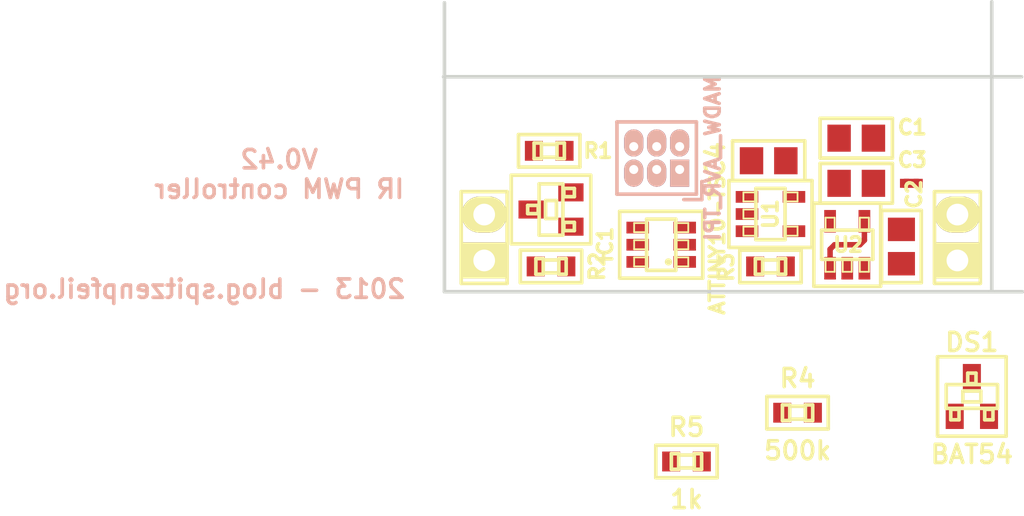
<source format=kicad_pcb>
(kicad_pcb (version 3) (host pcbnew "(2013-06-15 BZR 4214)-testing")

  (general
    (links 0)
    (no_connects 35)
    (area 75.849999 41.849999 108.100001 58.100001)
    (thickness 1.6002)
    (drawings 6)
    (tracks 8)
    (zones 0)
    (modules 18)
    (nets 15)
  )

  (page User 431.8 279.4)
  (title_block
    (title LED-strip_PWM)
    (date "24 May 2013")
    (rev 0.1)
    (company "2012 - blog.spitzenpfeil.org")
  )

  (layers
    (15 Front signal)
    (0 Back signal)
    (20 B.SilkS user)
    (21 F.SilkS user)
    (22 B.Mask user)
    (23 F.Mask user)
    (25 Cmts.User user)
    (28 Edge.Cuts user)
  )

  (setup
    (last_trace_width 0.2032)
    (user_trace_width 0.1524)
    (user_trace_width 1)
    (user_trace_width 1.5)
    (user_trace_width 2)
    (user_trace_width 2.5)
    (trace_clearance 0.2032)
    (zone_clearance 0.25)
    (zone_45_only yes)
    (trace_min 0.1524)
    (segment_width 0.2)
    (edge_width 0.2)
    (via_size 0.635)
    (via_drill 0.3302)
    (via_min_size 0.635)
    (via_min_drill 0.3302)
    (uvia_size 0.508)
    (uvia_drill 0.127)
    (uvias_allowed no)
    (uvia_min_size 0.508)
    (uvia_min_drill 0.127)
    (pcb_text_width 0.2)
    (pcb_text_size 1 1)
    (mod_edge_width 0.2)
    (mod_text_size 0.8 0.8)
    (mod_text_width 0.2)
    (pad_size 1 1)
    (pad_drill 0)
    (pad_to_mask_clearance 0)
    (aux_axis_origin 0 0)
    (visible_elements 7FFFF77F)
    (pcbplotparams
      (layerselection 317751297)
      (usegerberextensions true)
      (excludeedgelayer false)
      (linewidth 0.150000)
      (plotframeref false)
      (viasonmask false)
      (mode 1)
      (useauxorigin false)
      (hpglpennumber 1)
      (hpglpenspeed 20)
      (hpglpendiameter 15)
      (hpglpenoverlay 0)
      (psnegative false)
      (psa4output false)
      (plotreference true)
      (plotvalue true)
      (plotothertext true)
      (plotinvisibletext false)
      (padsonsilk false)
      (subtractmaskfromsilk true)
      (outputformat 1)
      (mirror false)
      (drillshape 0)
      (scaleselection 1)
      (outputdirectory gerber_files/))
  )

  (net 0 "")
  (net 1 /CHARGE)
  (net 2 /GATE)
  (net 3 /RESET)
  (net 4 /SENSE)
  (net 5 /Vin)
  (net 6 /drain)
  (net 7 GND)
  (net 8 GNDPWR)
  (net 9 N-000001)
  (net 10 N-0000010)
  (net 11 N-0000014)
  (net 12 N-000002)
  (net 13 N-000007)
  (net 14 VCC)

  (net_class Default "This is the default net class."
    (clearance 0.2032)
    (trace_width 0.2032)
    (via_dia 0.635)
    (via_drill 0.3302)
    (uvia_dia 0.508)
    (uvia_drill 0.127)
    (add_net "")
    (add_net /CHARGE)
    (add_net /GATE)
    (add_net /RESET)
    (add_net /SENSE)
    (add_net /drain)
    (add_net N-000001)
    (add_net N-0000010)
    (add_net N-0000014)
    (add_net N-000002)
    (add_net N-000007)
  )

  (net_class Power ""
    (clearance 0.2032)
    (trace_width 0.3048)
    (via_dia 0.635)
    (via_drill 0.3302)
    (uvia_dia 0.508)
    (uvia_drill 0.127)
    (add_net /Vin)
    (add_net GND)
    (add_net GNDPWR)
    (add_net VCC)
  )

  (module MADW__PIN_ARRAY_3x2_1.27mm (layer Back) (tedit 519A1729) (tstamp 519DAEDF)
    (at 87.75 50.6 180)
    (descr "Male 3x2 header with 2.0mm raster")
    (tags "CONN, header, male, 3x2, 2mm")
    (path /51BDCF41)
    (clearance 0.15)
    (fp_text reference JP1 (at 0 3.1 180) (layer B.SilkS) hide
      (effects (font (size 0.8 0.8) (thickness 0.2)) (justify mirror))
    )
    (fp_text value MADW__AVR_TPI (at -3.1 0 270) (layer B.SilkS)
      (effects (font (size 0.8 0.8) (thickness 0.2)) (justify mirror))
    )
    (fp_line (start -2.5 -2.3) (end -1.5 -2.3) (layer B.SilkS) (width 0.2))
    (fp_line (start -2.5 -2.3) (end -2.5 -1.3) (layer B.SilkS) (width 0.2))
    (fp_line (start 2.2 2) (end -2.2 2) (layer B.SilkS) (width 0.2))
    (fp_line (start -2.2 2) (end -2.2 -2) (layer B.SilkS) (width 0.2))
    (fp_line (start 2.2 2) (end 2.2 -2) (layer B.SilkS) (width 0.2))
    (fp_line (start 2.2 -2) (end -2.2 -2) (layer B.SilkS) (width 0.2))
    (pad 1 thru_hole rect (at -1.27 -0.635 180) (size 1.05 1.5) (drill 0.5 (offset 0 -0.2))
      (layers *.Cu *.Mask B.SilkS)
      (net 2 /GATE)
    )
    (pad 2 thru_hole oval (at -1.27 0.635 180) (size 1.05 1.5) (drill 0.5 (offset 0 0.2))
      (layers *.Cu *.Mask B.SilkS)
      (net 14 VCC)
    )
    (pad 3 thru_hole oval (at 0 -0.635 180) (size 1.05 1.5) (drill 0.5 (offset 0 -0.2))
      (layers *.Cu *.Mask B.SilkS)
      (net 4 /SENSE)
    )
    (pad 4 thru_hole oval (at 0 0.635 180) (size 1.05 1.5) (drill 0.5 (offset 0 0.2))
      (layers *.Cu *.Mask B.SilkS)
      (net 13 N-000007)
    )
    (pad 5 thru_hole oval (at 1.27 -0.635 180) (size 1.05 1.5) (drill 0.5 (offset 0 -0.2))
      (layers *.Cu *.Mask B.SilkS)
      (net 3 /RESET)
    )
    (pad 6 thru_hole oval (at 1.27 0.635 180) (size 1.05 1.5) (drill 0.5 (offset 0 0.2))
      (layers *.Cu *.Mask B.SilkS)
      (net 7 GND)
    )
  )

  (module MADW__SMD-net-noin-0.5mm (layer Front) (tedit 511B72E3) (tstamp 51050176)
    (at 101.85 52)
    (path /50ED7F02)
    (fp_text reference NJ1 (at 0 -3.175) (layer F.SilkS) hide
      (effects (font (size 0.8 0.8) (thickness 0.2)))
    )
    (fp_text value NET-JOIN (at 1.524 2.794) (layer F.SilkS) hide
      (effects (font (size 0.8 0.8) (thickness 0.2)))
    )
    (fp_line (start -0.381 0.127) (end 0.381 0.127) (layer Front) (width 0.25))
    (fp_line (start -0.381 -0.127) (end 0.381 -0.127) (layer Front) (width 0.25))
    (fp_line (start -0.381 0) (end 0.381 0) (layer Front) (width 0.25))
    (pad 1 smd rect (at -0.381 0) (size 0.5 0.5)
      (layers Front)
      (net 7 GND)
    )
    (pad 2 smd rect (at 0.381 0) (size 0.5 0.5)
      (layers Front)
      (net 8 GNDPWR)
    )
  )

  (module MADW__SIL-2 (layer Front) (tedit 51992091) (tstamp 51991833)
    (at 104.4 55 90)
    (descr "Connecteurs 2 pins")
    (tags "CONN DEV")
    (path /50B20DF4)
    (fp_text reference P1 (at 0 -2.54 90) (layer F.SilkS) hide
      (effects (font (size 0.8 0.8) (thickness 0.2)))
    )
    (fp_text value CONN_2 (at 0 2.54 90) (layer F.SilkS) hide
      (effects (font (size 0.8 0.8) (thickness 0.2)))
    )
    (fp_line (start -2.54 1.27) (end -2.54 -1.27) (layer F.SilkS) (width 0.2))
    (fp_line (start -2.54 -1.27) (end 2.54 -1.27) (layer F.SilkS) (width 0.2))
    (fp_line (start 2.54 -1.27) (end 2.54 1.27) (layer F.SilkS) (width 0.2))
    (fp_line (start 2.54 1.27) (end -2.54 1.27) (layer F.SilkS) (width 0.2))
    (pad 1 thru_hole rect (at -1.27 0 90) (size 2 2.5) (drill 1.2)
      (layers *.Cu *.Mask F.SilkS)
      (net 5 /Vin)
    )
    (pad 2 thru_hole oval (at 1.27 0 90) (size 2 2.5) (drill 1.2)
      (layers *.Cu *.Mask F.SilkS)
      (net 8 GNDPWR)
    )
  )

  (module MADW__SIL-2 (layer Front) (tedit 5199209F) (tstamp 5199183C)
    (at 78.2 55 90)
    (descr "Connecteurs 2 pins")
    (tags "CONN DEV")
    (path /50B20CB2)
    (fp_text reference P2 (at 0 -2.54 90) (layer F.SilkS) hide
      (effects (font (size 0.8 0.8) (thickness 0.2)))
    )
    (fp_text value CONN_2 (at 0 2.54 90) (layer F.SilkS) hide
      (effects (font (size 0.8 0.8) (thickness 0.2)))
    )
    (fp_line (start -2.54 1.27) (end -2.54 -1.27) (layer F.SilkS) (width 0.2))
    (fp_line (start -2.54 -1.27) (end 2.54 -1.27) (layer F.SilkS) (width 0.2))
    (fp_line (start 2.54 -1.27) (end 2.54 1.27) (layer F.SilkS) (width 0.2))
    (fp_line (start 2.54 1.27) (end -2.54 1.27) (layer F.SilkS) (width 0.2))
    (pad 1 thru_hole rect (at -1.27 0 90) (size 2 2.5) (drill 1.2)
      (layers *.Cu *.Mask F.SilkS)
      (net 5 /Vin)
    )
    (pad 2 thru_hole oval (at 1.27 0 90) (size 2 2.5) (drill 1.2)
      (layers *.Cu *.Mask F.SilkS)
      (net 6 /drain)
    )
  )

  (module MADW__C0805 (layer Front) (tedit 51991D5C) (tstamp 51991A91)
    (at 98.8 49.5)
    (descr CAPACITOR)
    (tags CAPACITOR)
    (path /4F76EBA8)
    (attr smd)
    (fp_text reference C1 (at 3.1 -0.6 180) (layer F.SilkS)
      (effects (font (size 0.8 0.8) (thickness 0.2)))
    )
    (fp_text value 100nF (at 0 2.2) (layer F.SilkS) hide
      (effects (font (size 0.8 0.8) (thickness 0.2)))
    )
    (fp_line (start 2 -1.1) (end -2 -1.1) (layer F.SilkS) (width 0.2))
    (fp_line (start 2 -1.1) (end 2 1.1) (layer F.SilkS) (width 0.2))
    (fp_line (start 2 1.1) (end -2 1.1) (layer F.SilkS) (width 0.2))
    (fp_line (start -2 1.1) (end -2 -1.1) (layer F.SilkS) (width 0.2))
    (fp_line (start 0.2 -0.4) (end 0.2 0.4) (layer Dwgs.User) (width 0.1))
    (fp_line (start -0.2 -0.4) (end -0.2 0.4) (layer Dwgs.User) (width 0.1))
    (fp_line (start -0.2 0) (end -0.6 0) (layer Dwgs.User) (width 0.1))
    (fp_line (start 0.2 0) (end 0.6 0) (layer Dwgs.User) (width 0.1))
    (fp_line (start -1 -0.63) (end 1 -0.63) (layer Dwgs.User) (width 0.2))
    (fp_line (start 1 -0.63) (end 1 0.63) (layer Dwgs.User) (width 0.2))
    (fp_line (start 1 0.63) (end -1 0.63) (layer Dwgs.User) (width 0.2))
    (fp_line (start -1 0.63) (end -1 -0.63) (layer Dwgs.User) (width 0.2))
    (pad 1 smd rect (at -0.94996 0) (size 1.29794 1.4986)
      (layers Front F.Mask)
      (net 14 VCC)
    )
    (pad 2 smd rect (at 0.94996 0) (size 1.29794 1.4986)
      (layers Front F.Mask)
      (net 7 GND)
    )
  )

  (module MADW__C0805 (layer Front) (tedit 51991D77) (tstamp 51991AA2)
    (at 101.3 55.5 270)
    (descr CAPACITOR)
    (tags CAPACITOR)
    (path /4F76EB9D)
    (attr smd)
    (fp_text reference C2 (at -2.9 -0.7 270) (layer F.SilkS)
      (effects (font (size 0.8 0.8) (thickness 0.2)))
    )
    (fp_text value 100nF (at 0 2.2 270) (layer F.SilkS) hide
      (effects (font (size 0.8 0.8) (thickness 0.2)))
    )
    (fp_line (start 2 -1.1) (end -2 -1.1) (layer F.SilkS) (width 0.2))
    (fp_line (start 2 -1.1) (end 2 1.1) (layer F.SilkS) (width 0.2))
    (fp_line (start 2 1.1) (end -2 1.1) (layer F.SilkS) (width 0.2))
    (fp_line (start -2 1.1) (end -2 -1.1) (layer F.SilkS) (width 0.2))
    (fp_line (start 0.2 -0.4) (end 0.2 0.4) (layer Dwgs.User) (width 0.1))
    (fp_line (start -0.2 -0.4) (end -0.2 0.4) (layer Dwgs.User) (width 0.1))
    (fp_line (start -0.2 0) (end -0.6 0) (layer Dwgs.User) (width 0.1))
    (fp_line (start 0.2 0) (end 0.6 0) (layer Dwgs.User) (width 0.1))
    (fp_line (start -1 -0.63) (end 1 -0.63) (layer Dwgs.User) (width 0.2))
    (fp_line (start 1 -0.63) (end 1 0.63) (layer Dwgs.User) (width 0.2))
    (fp_line (start 1 0.63) (end -1 0.63) (layer Dwgs.User) (width 0.2))
    (fp_line (start -1 0.63) (end -1 -0.63) (layer Dwgs.User) (width 0.2))
    (pad 1 smd rect (at -0.94996 0 270) (size 1.29794 1.4986)
      (layers Front F.Mask)
      (net 5 /Vin)
    )
    (pad 2 smd rect (at 0.94996 0 270) (size 1.29794 1.4986)
      (layers Front F.Mask)
      (net 8 GNDPWR)
    )
  )

  (module MADW__C0805 (layer Front) (tedit 51991D6E) (tstamp 51991AB3)
    (at 98.8 52)
    (descr CAPACITOR)
    (tags CAPACITOR)
    (path /4F6EEE81)
    (attr smd)
    (fp_text reference C3 (at 3.1 -1.3) (layer F.SilkS)
      (effects (font (size 0.8 0.8) (thickness 0.2)))
    )
    (fp_text value 4.7µF (at 0 2.2) (layer F.SilkS) hide
      (effects (font (size 0.8 0.8) (thickness 0.2)))
    )
    (fp_line (start 2 -1.1) (end -2 -1.1) (layer F.SilkS) (width 0.2))
    (fp_line (start 2 -1.1) (end 2 1.1) (layer F.SilkS) (width 0.2))
    (fp_line (start 2 1.1) (end -2 1.1) (layer F.SilkS) (width 0.2))
    (fp_line (start -2 1.1) (end -2 -1.1) (layer F.SilkS) (width 0.2))
    (fp_line (start 0.2 -0.4) (end 0.2 0.4) (layer Dwgs.User) (width 0.1))
    (fp_line (start -0.2 -0.4) (end -0.2 0.4) (layer Dwgs.User) (width 0.1))
    (fp_line (start -0.2 0) (end -0.6 0) (layer Dwgs.User) (width 0.1))
    (fp_line (start 0.2 0) (end 0.6 0) (layer Dwgs.User) (width 0.1))
    (fp_line (start -1 -0.63) (end 1 -0.63) (layer Dwgs.User) (width 0.2))
    (fp_line (start 1 -0.63) (end 1 0.63) (layer Dwgs.User) (width 0.2))
    (fp_line (start 1 0.63) (end -1 0.63) (layer Dwgs.User) (width 0.2))
    (fp_line (start -1 0.63) (end -1 -0.63) (layer Dwgs.User) (width 0.2))
    (pad 1 smd rect (at -0.94996 0) (size 1.29794 1.4986)
      (layers Front F.Mask)
      (net 14 VCC)
    )
    (pad 2 smd rect (at 0.94996 0) (size 1.29794 1.4986)
      (layers Front F.Mask)
      (net 7 GND)
    )
  )

  (module MADW__R0603_2 (layer Front) (tedit 5199197B) (tstamp 51991873)
    (at 81.8 50.2 180)
    (descr RESISTOR)
    (tags RESISTOR)
    (path /50B51D62)
    (attr smd)
    (fp_text reference R1 (at -2.7 0 180) (layer F.SilkS)
      (effects (font (size 0.8 0.8) (thickness 0.2)))
    )
    (fp_text value 100k (at 0 2.1 180) (layer F.SilkS) hide
      (effects (font (size 0.8 0.8) (thickness 0.2)))
    )
    (fp_line (start -1.7 -0.9) (end 1.7 -0.9) (layer F.SilkS) (width 0.2))
    (fp_line (start 1.7 -0.9) (end 1.7 0.9) (layer F.SilkS) (width 0.2))
    (fp_line (start 1.7 0.9) (end -1.7 0.9) (layer F.SilkS) (width 0.2))
    (fp_line (start -1.7 0.9) (end -1.7 -0.9) (layer F.SilkS) (width 0.2))
    (fp_line (start 0.4318 0.4318) (end 0.8382 0.4318) (layer F.SilkS) (width 0.2))
    (fp_line (start 0.8382 0.4318) (end 0.8382 -0.4318) (layer F.SilkS) (width 0.2))
    (fp_line (start 0.4318 -0.4318) (end 0.8382 -0.4318) (layer F.SilkS) (width 0.2))
    (fp_line (start 0.4318 0.4318) (end 0.4318 -0.4318) (layer F.SilkS) (width 0.2))
    (fp_line (start -0.8382 0.4318) (end -0.4318 0.4318) (layer F.SilkS) (width 0.2))
    (fp_line (start -0.4318 0.4318) (end -0.4318 -0.4318) (layer F.SilkS) (width 0.2))
    (fp_line (start -0.8382 -0.4318) (end -0.4318 -0.4318) (layer F.SilkS) (width 0.2))
    (fp_line (start -0.8382 0.4318) (end -0.8382 -0.4318) (layer F.SilkS) (width 0.2))
    (fp_line (start -0.4318 0.3556) (end 0.4318 0.3556) (layer F.SilkS) (width 0.2))
    (fp_line (start 0.4318 -0.3556) (end -0.4318 -0.3556) (layer F.SilkS) (width 0.2))
    (pad 1 smd rect (at -0.84836 0 180) (size 0.99822 1.09982)
      (layers Front F.Mask)
      (net 8 GNDPWR)
    )
    (pad 2 smd rect (at 0.84836 0 180) (size 0.99822 1.09982)
      (layers Front F.Mask)
      (net 2 /GATE)
    )
  )

  (module MADW__R0603_2 (layer Front) (tedit 519FC617) (tstamp 519FCE3A)
    (at 81.9 56.6 180)
    (descr RESISTOR)
    (tags RESISTOR)
    (path /4F6EEBD3)
    (attr smd)
    (fp_text reference R2 (at -2.55 0 270) (layer F.SilkS)
      (effects (font (size 0.8 0.8) (thickness 0.2)))
    )
    (fp_text value 150R (at 0 2.1 180) (layer F.SilkS) hide
      (effects (font (size 0.8 0.8) (thickness 0.2)))
    )
    (fp_line (start -1.7 -0.9) (end 1.7 -0.9) (layer F.SilkS) (width 0.2))
    (fp_line (start 1.7 -0.9) (end 1.7 0.9) (layer F.SilkS) (width 0.2))
    (fp_line (start 1.7 0.9) (end -1.7 0.9) (layer F.SilkS) (width 0.2))
    (fp_line (start -1.7 0.9) (end -1.7 -0.9) (layer F.SilkS) (width 0.2))
    (fp_line (start 0.4318 0.4318) (end 0.8382 0.4318) (layer F.SilkS) (width 0.2))
    (fp_line (start 0.8382 0.4318) (end 0.8382 -0.4318) (layer F.SilkS) (width 0.2))
    (fp_line (start 0.4318 -0.4318) (end 0.8382 -0.4318) (layer F.SilkS) (width 0.2))
    (fp_line (start 0.4318 0.4318) (end 0.4318 -0.4318) (layer F.SilkS) (width 0.2))
    (fp_line (start -0.8382 0.4318) (end -0.4318 0.4318) (layer F.SilkS) (width 0.2))
    (fp_line (start -0.4318 0.4318) (end -0.4318 -0.4318) (layer F.SilkS) (width 0.2))
    (fp_line (start -0.8382 -0.4318) (end -0.4318 -0.4318) (layer F.SilkS) (width 0.2))
    (fp_line (start -0.8382 0.4318) (end -0.8382 -0.4318) (layer F.SilkS) (width 0.2))
    (fp_line (start -0.4318 0.3556) (end 0.4318 0.3556) (layer F.SilkS) (width 0.2))
    (fp_line (start 0.4318 -0.3556) (end -0.4318 -0.3556) (layer F.SilkS) (width 0.2))
    (pad 1 smd rect (at -0.84836 0 180) (size 0.99822 1.09982)
      (layers Front F.Mask)
      (net 2 /GATE)
    )
    (pad 2 smd rect (at 0.84836 0 180) (size 0.99822 1.09982)
      (layers Front F.Mask)
      (net 11 N-0000014)
    )
  )

  (module MADW__R0603_2 (layer Front) (tedit 519FC5BF) (tstamp 519FC2FB)
    (at 94.05 56.6 180)
    (descr RESISTOR)
    (tags RESISTOR)
    (path /519FC4A8)
    (attr smd)
    (fp_text reference R3 (at 2.45 -0.05 270) (layer F.SilkS)
      (effects (font (size 0.8 0.8) (thickness 0.2)))
    )
    (fp_text value 1k (at 0 2.1 180) (layer F.SilkS) hide
      (effects (font (size 0.8 0.8) (thickness 0.2)))
    )
    (fp_line (start -1.7 -0.9) (end 1.7 -0.9) (layer F.SilkS) (width 0.2))
    (fp_line (start 1.7 -0.9) (end 1.7 0.9) (layer F.SilkS) (width 0.2))
    (fp_line (start 1.7 0.9) (end -1.7 0.9) (layer F.SilkS) (width 0.2))
    (fp_line (start -1.7 0.9) (end -1.7 -0.9) (layer F.SilkS) (width 0.2))
    (fp_line (start 0.4318 0.4318) (end 0.8382 0.4318) (layer F.SilkS) (width 0.2))
    (fp_line (start 0.8382 0.4318) (end 0.8382 -0.4318) (layer F.SilkS) (width 0.2))
    (fp_line (start 0.4318 -0.4318) (end 0.8382 -0.4318) (layer F.SilkS) (width 0.2))
    (fp_line (start 0.4318 0.4318) (end 0.4318 -0.4318) (layer F.SilkS) (width 0.2))
    (fp_line (start -0.8382 0.4318) (end -0.4318 0.4318) (layer F.SilkS) (width 0.2))
    (fp_line (start -0.4318 0.4318) (end -0.4318 -0.4318) (layer F.SilkS) (width 0.2))
    (fp_line (start -0.8382 -0.4318) (end -0.4318 -0.4318) (layer F.SilkS) (width 0.2))
    (fp_line (start -0.8382 0.4318) (end -0.8382 -0.4318) (layer F.SilkS) (width 0.2))
    (fp_line (start -0.4318 0.3556) (end 0.4318 0.3556) (layer F.SilkS) (width 0.2))
    (fp_line (start 0.4318 -0.3556) (end -0.4318 -0.3556) (layer F.SilkS) (width 0.2))
    (pad 1 smd rect (at -0.84836 0 180) (size 0.99822 1.09982)
      (layers Front F.Mask)
      (net 9 N-000001)
    )
    (pad 2 smd rect (at 0.84836 0 180) (size 0.99822 1.09982)
      (layers Front F.Mask)
      (net 10 N-0000010)
    )
  )

  (module MADW__C0805 (layer Front) (tedit 519FC597) (tstamp 519FC736)
    (at 93.95 50.75 180)
    (descr CAPACITOR)
    (tags CAPACITOR)
    (path /519FC4E9)
    (attr smd)
    (fp_text reference C4 (at 2.95 0.05 270) (layer F.SilkS)
      (effects (font (size 1 1) (thickness 0.2)))
    )
    (fp_text value 4.7µF (at 0 2.2 180) (layer F.SilkS) hide
      (effects (font (size 1 1) (thickness 0.2)))
    )
    (fp_line (start 2 -1.1) (end -2 -1.1) (layer F.SilkS) (width 0.2))
    (fp_line (start 2 -1.1) (end 2 1.1) (layer F.SilkS) (width 0.2))
    (fp_line (start 2 1.1) (end -2 1.1) (layer F.SilkS) (width 0.2))
    (fp_line (start -2 1.1) (end -2 -1.1) (layer F.SilkS) (width 0.2))
    (fp_line (start 0.2 -0.4) (end 0.2 0.4) (layer Dwgs.User) (width 0.1))
    (fp_line (start -0.2 -0.4) (end -0.2 0.4) (layer Dwgs.User) (width 0.1))
    (fp_line (start -0.2 0) (end -0.6 0) (layer Dwgs.User) (width 0.1))
    (fp_line (start 0.2 0) (end 0.6 0) (layer Dwgs.User) (width 0.1))
    (fp_line (start -1 -0.63) (end 1 -0.63) (layer Dwgs.User) (width 0.2))
    (fp_line (start 1 -0.63) (end 1 0.63) (layer Dwgs.User) (width 0.2))
    (fp_line (start 1 0.63) (end -1 0.63) (layer Dwgs.User) (width 0.2))
    (fp_line (start -1 0.63) (end -1 -0.63) (layer Dwgs.User) (width 0.2))
    (pad 1 smd rect (at -0.94996 0 180) (size 1.29794 1.4986)
      (layers Front F.Mask)
      (net 10 N-0000010)
    )
    (pad 2 smd rect (at 0.94996 0 180) (size 1.29794 1.4986)
      (layers Front F.Mask)
      (net 7 GND)
    )
  )

  (module MADW__SOT23 (layer Front) (tedit 519FE77F) (tstamp 519FCE5A)
    (at 81.9 53.45 90)
    (descr "SMALL OUTLINE TRANSISTOR")
    (tags "SMALL OUTLINE TRANSISTOR")
    (path /519FBEE4)
    (attr smd)
    (fp_text reference T1 (at 0 -3 90) (layer F.SilkS) hide
      (effects (font (size 1 1) (thickness 0.2)))
    )
    (fp_text value AO3400 (at 0 3.2 90) (layer F.SilkS) hide
      (effects (font (size 1 1) (thickness 0.2)))
    )
    (fp_line (start 1.9 -2.2) (end 1.9 2.2) (layer F.SilkS) (width 0.2))
    (fp_line (start 1.9 2.2) (end -1.9 2.2) (layer F.SilkS) (width 0.2))
    (fp_line (start -1.9 2.2) (end -1.9 -2.2) (layer F.SilkS) (width 0.2))
    (fp_line (start -1.9 -2.2) (end 1.9 -2.2) (layer F.SilkS) (width 0.2))
    (fp_line (start -0.2286 -0.7112) (end 0.2286 -0.7112) (layer F.SilkS) (width 0.2))
    (fp_line (start 0.2286 -0.7112) (end 0.2286 -1.29286) (layer F.SilkS) (width 0.2))
    (fp_line (start -0.2286 -1.29286) (end 0.2286 -1.29286) (layer F.SilkS) (width 0.2))
    (fp_line (start -0.2286 -0.7112) (end -0.2286 -1.29286) (layer F.SilkS) (width 0.2))
    (fp_line (start 0.7112 1.29286) (end 1.1684 1.29286) (layer F.SilkS) (width 0.2))
    (fp_line (start 1.1684 1.29286) (end 1.1684 0.7112) (layer F.SilkS) (width 0.2))
    (fp_line (start 0.7112 0.7112) (end 1.1684 0.7112) (layer F.SilkS) (width 0.2))
    (fp_line (start 0.7112 1.29286) (end 0.7112 0.7112) (layer F.SilkS) (width 0.2))
    (fp_line (start -1.1684 1.29286) (end -0.7112 1.29286) (layer F.SilkS) (width 0.2))
    (fp_line (start -0.7112 1.29286) (end -0.7112 0.7112) (layer F.SilkS) (width 0.2))
    (fp_line (start -1.1684 0.7112) (end -0.7112 0.7112) (layer F.SilkS) (width 0.2))
    (fp_line (start -1.1684 1.29286) (end -1.1684 0.7112) (layer F.SilkS) (width 0.2))
    (fp_line (start -0.49784 0.29972) (end 0.49784 0.29972) (layer F.SilkS) (width 0.2))
    (fp_line (start 0.49784 0.29972) (end 0.49784 -0.29972) (layer F.SilkS) (width 0.2))
    (fp_line (start -0.49784 -0.29972) (end 0.49784 -0.29972) (layer F.SilkS) (width 0.2))
    (fp_line (start -0.49784 0.29972) (end -0.49784 -0.29972) (layer F.SilkS) (width 0.2))
    (fp_line (start 1.41986 -0.65786) (end 1.41986 0.65786) (layer F.SilkS) (width 0.2))
    (fp_line (start 1.41986 0.65786) (end -1.41986 0.65786) (layer F.SilkS) (width 0.2))
    (fp_line (start -1.41986 0.65786) (end -1.41986 -0.65786) (layer F.SilkS) (width 0.2))
    (fp_line (start -1.41986 -0.65786) (end 1.41986 -0.65786) (layer F.SilkS) (width 0.2))
    (pad 1 smd rect (at -0.95 1.1 90) (size 1 1.4)
      (layers Front F.Mask)
      (net 11 N-0000014)
    )
    (pad 2 smd rect (at 0.95 1.1 90) (size 1 1.4)
      (layers Front F.Mask)
      (net 8 GNDPWR)
    )
    (pad 3 smd rect (at 0 -1.1 90) (size 1 1.4)
      (layers Front F.Mask)
      (net 6 /drain)
    )
  )

  (module MADW__SOT23-5 (layer Front) (tedit 519FE7B8) (tstamp 519FC4C3)
    (at 98.3 55.4)
    (descr "SMALL OUTLINE TRANSISTOR")
    (tags "SMALL OUTLINE TRANSISTOR")
    (path /50ED7AA4)
    (attr smd)
    (fp_text reference U2 (at 0.05 0) (layer F.SilkS)
      (effects (font (size 0.8 0.8) (thickness 0.2)))
    )
    (fp_text value MCP1804-SOT23-5 (at 0 3.1) (layer F.SilkS) hide
      (effects (font (size 0.8 0.8) (thickness 0.2)))
    )
    (fp_line (start -1.85 -2.3) (end 1.85 -2.3) (layer F.SilkS) (width 0.2))
    (fp_line (start -1.85 -2.3) (end -1.85 2.3) (layer F.SilkS) (width 0.2))
    (fp_line (start -1.85 2.3) (end 1.85 2.3) (layer F.SilkS) (width 0.2))
    (fp_line (start 1.85 -2.3) (end 1.85 2.3) (layer F.SilkS) (width 0.2))
    (fp_line (start -1.41986 -0.80772) (end 1.41986 -0.80772) (layer F.SilkS) (width 0.2))
    (fp_line (start -1.41986 0.80772) (end 1.41986 0.80772) (layer F.SilkS) (width 0.2))
    (fp_line (start -1.19888 1.4986) (end -0.6985 1.4986) (layer F.SilkS) (width 0.1))
    (fp_line (start -0.6985 1.4986) (end -0.6985 0.84836) (layer F.SilkS) (width 0.1))
    (fp_line (start -1.19888 1.4986) (end -1.19888 0.84836) (layer F.SilkS) (width 0.1))
    (fp_line (start -0.24892 1.4986) (end 0.24892 1.4986) (layer F.SilkS) (width 0.1))
    (fp_line (start 0.24892 1.4986) (end 0.24892 0.84836) (layer F.SilkS) (width 0.1))
    (fp_line (start -0.24892 1.4986) (end -0.24892 0.84836) (layer F.SilkS) (width 0.1))
    (fp_line (start 0.6985 1.4986) (end 1.19888 1.4986) (layer F.SilkS) (width 0.1))
    (fp_line (start 1.19888 1.4986) (end 1.19888 0.84836) (layer F.SilkS) (width 0.1))
    (fp_line (start 0.6985 1.4986) (end 0.6985 0.84836) (layer F.SilkS) (width 0.1))
    (fp_line (start 1.19888 -0.84836) (end 1.19888 -1.4986) (layer F.SilkS) (width 0.1))
    (fp_line (start 0.6985 -1.4986) (end 1.19888 -1.4986) (layer F.SilkS) (width 0.1))
    (fp_line (start 0.6985 -0.84836) (end 0.6985 -1.4986) (layer F.SilkS) (width 0.1))
    (fp_line (start -0.6985 -0.84836) (end -0.6985 -1.4986) (layer F.SilkS) (width 0.1))
    (fp_line (start -1.19888 -1.4986) (end -0.6985 -1.4986) (layer F.SilkS) (width 0.1))
    (fp_line (start -1.19888 -0.84836) (end -1.19888 -1.4986) (layer F.SilkS) (width 0.1))
    (fp_line (start 1.41986 -0.80772) (end 1.41986 0.80772) (layer F.SilkS) (width 0.2))
    (fp_line (start -1.41986 0.80772) (end -1.41986 -0.80772) (layer F.SilkS) (width 0.2))
    (pad 1 smd rect (at -0.95 1.3) (size 0.65 1.25)
      (layers Front F.Mask)
      (net 5 /Vin)
    )
    (pad 2 smd rect (at 0 1.3) (size 0.65 1.25)
      (layers Front F.Mask)
      (net 8 GNDPWR)
    )
    (pad 3 smd rect (at 0.95 1.3) (size 0.65 1.25)
      (layers Front F.Mask)
    )
    (pad 4 smd rect (at 0.95 -1.3) (size 0.65 1.25)
      (layers Front F.Mask)
      (net 5 /Vin)
    )
    (pad 5 smd rect (at -0.95 -1.3) (size 0.65 1.25)
      (layers Front F.Mask)
      (net 14 VCC)
    )
  )

  (module MADW__SOT23-5 (layer Front) (tedit 519FE7B5) (tstamp 519FC342)
    (at 94.05 53.7 270)
    (descr "SMALL OUTLINE TRANSISTOR")
    (tags "SMALL OUTLINE TRANSISTOR")
    (path /519FBAE1)
    (attr smd)
    (fp_text reference U1 (at 0 0 270) (layer F.SilkS)
      (effects (font (size 0.8 0.8) (thickness 0.2)))
    )
    (fp_text value MCP6001 (at 0 3.1 270) (layer F.SilkS) hide
      (effects (font (size 0.8 0.8) (thickness 0.2)))
    )
    (fp_line (start -1.85 -2.3) (end 1.85 -2.3) (layer F.SilkS) (width 0.2))
    (fp_line (start -1.85 -2.3) (end -1.85 2.3) (layer F.SilkS) (width 0.2))
    (fp_line (start -1.85 2.3) (end 1.85 2.3) (layer F.SilkS) (width 0.2))
    (fp_line (start 1.85 -2.3) (end 1.85 2.3) (layer F.SilkS) (width 0.2))
    (fp_line (start -1.41986 -0.80772) (end 1.41986 -0.80772) (layer F.SilkS) (width 0.2))
    (fp_line (start -1.41986 0.80772) (end 1.41986 0.80772) (layer F.SilkS) (width 0.2))
    (fp_line (start -1.19888 1.4986) (end -0.6985 1.4986) (layer F.SilkS) (width 0.1))
    (fp_line (start -0.6985 1.4986) (end -0.6985 0.84836) (layer F.SilkS) (width 0.1))
    (fp_line (start -1.19888 1.4986) (end -1.19888 0.84836) (layer F.SilkS) (width 0.1))
    (fp_line (start -0.24892 1.4986) (end 0.24892 1.4986) (layer F.SilkS) (width 0.1))
    (fp_line (start 0.24892 1.4986) (end 0.24892 0.84836) (layer F.SilkS) (width 0.1))
    (fp_line (start -0.24892 1.4986) (end -0.24892 0.84836) (layer F.SilkS) (width 0.1))
    (fp_line (start 0.6985 1.4986) (end 1.19888 1.4986) (layer F.SilkS) (width 0.1))
    (fp_line (start 1.19888 1.4986) (end 1.19888 0.84836) (layer F.SilkS) (width 0.1))
    (fp_line (start 0.6985 1.4986) (end 0.6985 0.84836) (layer F.SilkS) (width 0.1))
    (fp_line (start 1.19888 -0.84836) (end 1.19888 -1.4986) (layer F.SilkS) (width 0.1))
    (fp_line (start 0.6985 -1.4986) (end 1.19888 -1.4986) (layer F.SilkS) (width 0.1))
    (fp_line (start 0.6985 -0.84836) (end 0.6985 -1.4986) (layer F.SilkS) (width 0.1))
    (fp_line (start -0.6985 -0.84836) (end -0.6985 -1.4986) (layer F.SilkS) (width 0.1))
    (fp_line (start -1.19888 -1.4986) (end -0.6985 -1.4986) (layer F.SilkS) (width 0.1))
    (fp_line (start -1.19888 -0.84836) (end -1.19888 -1.4986) (layer F.SilkS) (width 0.1))
    (fp_line (start 1.41986 -0.80772) (end 1.41986 0.80772) (layer F.SilkS) (width 0.2))
    (fp_line (start -1.41986 0.80772) (end -1.41986 -0.80772) (layer F.SilkS) (width 0.2))
    (pad 1 smd rect (at -0.95 1.3 270) (size 0.65 1.25)
      (layers Front F.Mask)
      (net 12 N-000002)
    )
    (pad 2 smd rect (at 0 1.3 270) (size 0.65 1.25)
      (layers Front F.Mask)
      (net 7 GND)
    )
    (pad 3 smd rect (at 0.95 1.3 270) (size 0.65 1.25)
      (layers Front F.Mask)
      (net 10 N-0000010)
    )
    (pad 4 smd rect (at 0.95 -1.3 270) (size 0.65 1.25)
      (layers Front F.Mask)
      (net 12 N-000002)
    )
    (pad 5 smd rect (at -0.95 -1.3 270) (size 0.65 1.25)
      (layers Front F.Mask)
      (net 14 VCC)
    )
  )

  (module MADW__SOT23 (layer Front) (tedit 519FE563) (tstamp 51B1F174)
    (at 105.2 63.8)
    (descr "SMALL OUTLINE TRANSISTOR")
    (tags "SMALL OUTLINE TRANSISTOR")
    (path /51A0D7F5)
    (attr smd)
    (fp_text reference DS1 (at 0 -3) (layer F.SilkS)
      (effects (font (size 1 1) (thickness 0.2)))
    )
    (fp_text value BAT54 (at 0 3.2) (layer F.SilkS)
      (effects (font (size 1 1) (thickness 0.2)))
    )
    (fp_line (start 1.9 -2.2) (end 1.9 2.2) (layer F.SilkS) (width 0.2))
    (fp_line (start 1.9 2.2) (end -1.9 2.2) (layer F.SilkS) (width 0.2))
    (fp_line (start -1.9 2.2) (end -1.9 -2.2) (layer F.SilkS) (width 0.2))
    (fp_line (start -1.9 -2.2) (end 1.9 -2.2) (layer F.SilkS) (width 0.2))
    (fp_line (start -0.2286 -0.7112) (end 0.2286 -0.7112) (layer F.SilkS) (width 0.2))
    (fp_line (start 0.2286 -0.7112) (end 0.2286 -1.29286) (layer F.SilkS) (width 0.2))
    (fp_line (start -0.2286 -1.29286) (end 0.2286 -1.29286) (layer F.SilkS) (width 0.2))
    (fp_line (start -0.2286 -0.7112) (end -0.2286 -1.29286) (layer F.SilkS) (width 0.2))
    (fp_line (start 0.7112 1.29286) (end 1.1684 1.29286) (layer F.SilkS) (width 0.2))
    (fp_line (start 1.1684 1.29286) (end 1.1684 0.7112) (layer F.SilkS) (width 0.2))
    (fp_line (start 0.7112 0.7112) (end 1.1684 0.7112) (layer F.SilkS) (width 0.2))
    (fp_line (start 0.7112 1.29286) (end 0.7112 0.7112) (layer F.SilkS) (width 0.2))
    (fp_line (start -1.1684 1.29286) (end -0.7112 1.29286) (layer F.SilkS) (width 0.2))
    (fp_line (start -0.7112 1.29286) (end -0.7112 0.7112) (layer F.SilkS) (width 0.2))
    (fp_line (start -1.1684 0.7112) (end -0.7112 0.7112) (layer F.SilkS) (width 0.2))
    (fp_line (start -1.1684 1.29286) (end -1.1684 0.7112) (layer F.SilkS) (width 0.2))
    (fp_line (start -0.49784 0.29972) (end 0.49784 0.29972) (layer F.SilkS) (width 0.2))
    (fp_line (start 0.49784 0.29972) (end 0.49784 -0.29972) (layer F.SilkS) (width 0.2))
    (fp_line (start -0.49784 -0.29972) (end 0.49784 -0.29972) (layer F.SilkS) (width 0.2))
    (fp_line (start -0.49784 0.29972) (end -0.49784 -0.29972) (layer F.SilkS) (width 0.2))
    (fp_line (start 1.41986 -0.65786) (end 1.41986 0.65786) (layer F.SilkS) (width 0.2))
    (fp_line (start 1.41986 0.65786) (end -1.41986 0.65786) (layer F.SilkS) (width 0.2))
    (fp_line (start -1.41986 0.65786) (end -1.41986 -0.65786) (layer F.SilkS) (width 0.2))
    (fp_line (start -1.41986 -0.65786) (end 1.41986 -0.65786) (layer F.SilkS) (width 0.2))
    (pad 1 smd rect (at -0.95 1.1) (size 1 1.4)
      (layers Front F.Mask)
      (net 1 /CHARGE)
    )
    (pad 2 smd rect (at 0.95 1.1) (size 1 1.4)
      (layers Front F.Mask)
    )
    (pad 3 smd rect (at 0 -1.1) (size 1 1.4)
      (layers Front F.Mask)
      (net 9 N-000001)
    )
  )

  (module MADW__R0603_2 (layer Front) (tedit 5199186B) (tstamp 51B1F188)
    (at 95.55 64.7)
    (descr RESISTOR)
    (tags RESISTOR)
    (path /51A0D0CA)
    (attr smd)
    (fp_text reference R4 (at 0 -1.9) (layer F.SilkS)
      (effects (font (size 1 1) (thickness 0.2)))
    )
    (fp_text value 500k (at 0 2.1) (layer F.SilkS)
      (effects (font (size 1 1) (thickness 0.2)))
    )
    (fp_line (start -1.7 -0.9) (end 1.7 -0.9) (layer F.SilkS) (width 0.2))
    (fp_line (start 1.7 -0.9) (end 1.7 0.9) (layer F.SilkS) (width 0.2))
    (fp_line (start 1.7 0.9) (end -1.7 0.9) (layer F.SilkS) (width 0.2))
    (fp_line (start -1.7 0.9) (end -1.7 -0.9) (layer F.SilkS) (width 0.2))
    (fp_line (start 0.4318 0.4318) (end 0.8382 0.4318) (layer F.SilkS) (width 0.2))
    (fp_line (start 0.8382 0.4318) (end 0.8382 -0.4318) (layer F.SilkS) (width 0.2))
    (fp_line (start 0.4318 -0.4318) (end 0.8382 -0.4318) (layer F.SilkS) (width 0.2))
    (fp_line (start 0.4318 0.4318) (end 0.4318 -0.4318) (layer F.SilkS) (width 0.2))
    (fp_line (start -0.8382 0.4318) (end -0.4318 0.4318) (layer F.SilkS) (width 0.2))
    (fp_line (start -0.4318 0.4318) (end -0.4318 -0.4318) (layer F.SilkS) (width 0.2))
    (fp_line (start -0.8382 -0.4318) (end -0.4318 -0.4318) (layer F.SilkS) (width 0.2))
    (fp_line (start -0.8382 0.4318) (end -0.8382 -0.4318) (layer F.SilkS) (width 0.2))
    (fp_line (start -0.4318 0.3556) (end 0.4318 0.3556) (layer F.SilkS) (width 0.2))
    (fp_line (start 0.4318 -0.3556) (end -0.4318 -0.3556) (layer F.SilkS) (width 0.2))
    (pad 1 smd rect (at -0.84836 0) (size 0.99822 1.09982)
      (layers Front F.Mask)
      (net 10 N-0000010)
    )
    (pad 2 smd rect (at 0.84836 0) (size 0.99822 1.09982)
      (layers Front F.Mask)
      (net 7 GND)
    )
  )

  (module MADW__R0603_2 (layer Front) (tedit 5199186B) (tstamp 51BDD117)
    (at 89.4 67.4)
    (descr RESISTOR)
    (tags RESISTOR)
    (path /51BDD19C)
    (attr smd)
    (fp_text reference R5 (at 0 -1.9) (layer F.SilkS)
      (effects (font (size 1 1) (thickness 0.2)))
    )
    (fp_text value 1k (at 0 2.1) (layer F.SilkS)
      (effects (font (size 1 1) (thickness 0.2)))
    )
    (fp_line (start -1.7 -0.9) (end 1.7 -0.9) (layer F.SilkS) (width 0.2))
    (fp_line (start 1.7 -0.9) (end 1.7 0.9) (layer F.SilkS) (width 0.2))
    (fp_line (start 1.7 0.9) (end -1.7 0.9) (layer F.SilkS) (width 0.2))
    (fp_line (start -1.7 0.9) (end -1.7 -0.9) (layer F.SilkS) (width 0.2))
    (fp_line (start 0.4318 0.4318) (end 0.8382 0.4318) (layer F.SilkS) (width 0.2))
    (fp_line (start 0.8382 0.4318) (end 0.8382 -0.4318) (layer F.SilkS) (width 0.2))
    (fp_line (start 0.4318 -0.4318) (end 0.8382 -0.4318) (layer F.SilkS) (width 0.2))
    (fp_line (start 0.4318 0.4318) (end 0.4318 -0.4318) (layer F.SilkS) (width 0.2))
    (fp_line (start -0.8382 0.4318) (end -0.4318 0.4318) (layer F.SilkS) (width 0.2))
    (fp_line (start -0.4318 0.4318) (end -0.4318 -0.4318) (layer F.SilkS) (width 0.2))
    (fp_line (start -0.8382 -0.4318) (end -0.4318 -0.4318) (layer F.SilkS) (width 0.2))
    (fp_line (start -0.8382 0.4318) (end -0.8382 -0.4318) (layer F.SilkS) (width 0.2))
    (fp_line (start -0.4318 0.3556) (end 0.4318 0.3556) (layer F.SilkS) (width 0.2))
    (fp_line (start 0.4318 -0.3556) (end -0.4318 -0.3556) (layer F.SilkS) (width 0.2))
    (pad 1 smd rect (at -0.84836 0) (size 0.99822 1.09982)
      (layers Front F.Mask)
      (net 12 N-000002)
    )
    (pad 2 smd rect (at 0.84836 0) (size 0.99822 1.09982)
      (layers Front F.Mask)
      (net 4 /SENSE)
    )
  )

  (module MADW__SOT23-6 (layer Front) (tedit 51BCFBAF) (tstamp 519FCE70)
    (at 88 55.4 90)
    (descr "SMALL OUTLINE TRANSISTOR")
    (tags "SMALL OUTLINE TRANSISTOR")
    (path /51BDCEB5)
    (attr smd)
    (fp_text reference IC1 (at 0 -3.1 90) (layer F.SilkS)
      (effects (font (size 0.8 0.8) (thickness 0.2)))
    )
    (fp_text value ATTINY10-TS (at 0 3.1 90) (layer F.SilkS)
      (effects (font (size 0.8 0.8) (thickness 0.2)))
    )
    (fp_circle (center -0.95 0.4) (end -0.85 0.4) (layer F.SilkS) (width 0.2))
    (fp_line (start -0.24892 -0.84836) (end -0.24892 -1.4986) (layer F.SilkS) (width 0.1))
    (fp_line (start -0.24892 -1.4986) (end 0.25146 -1.4986) (layer F.SilkS) (width 0.1))
    (fp_line (start 0.25146 -0.84836) (end 0.25146 -1.4986) (layer F.SilkS) (width 0.1))
    (fp_line (start -1.85 -2.3) (end 1.85 -2.3) (layer F.SilkS) (width 0.2))
    (fp_line (start -1.85 -2.3) (end -1.85 2.3) (layer F.SilkS) (width 0.2))
    (fp_line (start -1.85 2.3) (end 1.85 2.3) (layer F.SilkS) (width 0.2))
    (fp_line (start 1.85 -2.3) (end 1.85 2.3) (layer F.SilkS) (width 0.2))
    (fp_line (start -1.41986 -0.80772) (end 1.41986 -0.80772) (layer F.SilkS) (width 0.2))
    (fp_line (start -1.41986 0.80772) (end 1.41986 0.80772) (layer F.SilkS) (width 0.2))
    (fp_line (start -1.19888 1.4986) (end -0.6985 1.4986) (layer F.SilkS) (width 0.1))
    (fp_line (start -0.6985 1.4986) (end -0.6985 0.84836) (layer F.SilkS) (width 0.1))
    (fp_line (start -1.19888 1.4986) (end -1.19888 0.84836) (layer F.SilkS) (width 0.1))
    (fp_line (start -0.24892 1.4986) (end 0.24892 1.4986) (layer F.SilkS) (width 0.1))
    (fp_line (start 0.24892 1.4986) (end 0.24892 0.84836) (layer F.SilkS) (width 0.1))
    (fp_line (start -0.24892 1.4986) (end -0.24892 0.84836) (layer F.SilkS) (width 0.1))
    (fp_line (start 0.6985 1.4986) (end 1.19888 1.4986) (layer F.SilkS) (width 0.1))
    (fp_line (start 1.19888 1.4986) (end 1.19888 0.84836) (layer F.SilkS) (width 0.1))
    (fp_line (start 0.6985 1.4986) (end 0.6985 0.84836) (layer F.SilkS) (width 0.1))
    (fp_line (start 1.19888 -0.84836) (end 1.19888 -1.4986) (layer F.SilkS) (width 0.1))
    (fp_line (start 0.6985 -1.4986) (end 1.19888 -1.4986) (layer F.SilkS) (width 0.1))
    (fp_line (start 0.6985 -0.84836) (end 0.6985 -1.4986) (layer F.SilkS) (width 0.1))
    (fp_line (start -0.6985 -0.84836) (end -0.6985 -1.4986) (layer F.SilkS) (width 0.1))
    (fp_line (start -1.19888 -1.4986) (end -0.6985 -1.4986) (layer F.SilkS) (width 0.1))
    (fp_line (start -1.19888 -0.84836) (end -1.19888 -1.4986) (layer F.SilkS) (width 0.1))
    (fp_line (start 1.41986 -0.80772) (end 1.41986 0.80772) (layer F.SilkS) (width 0.2))
    (fp_line (start -1.41986 0.80772) (end -1.41986 -0.80772) (layer F.SilkS) (width 0.2))
    (pad 1 smd rect (at -0.95 1.3 90) (size 0.65 1.25)
      (layers Front F.Mask)
      (net 2 /GATE)
    )
    (pad 2 smd rect (at 0 1.3 90) (size 0.65 1.25)
      (layers Front F.Mask)
      (net 7 GND)
    )
    (pad 3 smd rect (at 0.95 1.3 90) (size 0.65 1.25)
      (layers Front F.Mask)
      (net 4 /SENSE)
    )
    (pad 4 smd rect (at 0.95 -1.3 90) (size 0.65 1.25)
      (layers Front F.Mask)
      (net 1 /CHARGE)
    )
    (pad 6 smd rect (at -0.95 -1.3 90) (size 0.65 1.25)
      (layers Front F.Mask)
      (net 3 /RESET)
    )
    (pad 5 smd rect (at 0 -1.3 90) (size 0.65 1.25)
      (layers Front F.Mask)
      (net 14 VCC)
    )
  )

  (gr_line (start 75.95 46.1) (end 107.95 46.1) (angle 90) (layer Edge.Cuts) (width 0.2))
  (gr_line (start 108 58) (end 76 58) (angle 90) (layer Edge.Cuts) (width 0.2))
  (gr_line (start 106.3 57.95) (end 106.3 41.95) (angle 90) (layer Edge.Cuts) (width 0.2))
  (gr_line (start 76 42) (end 76 58) (angle 90) (layer Edge.Cuts) (width 0.2))
  (gr_text "V0.42\nIR PWM controller" (at 66.85 51.5) (layer B.SilkS)
    (effects (font (size 1.016 1.016) (thickness 0.2032)) (justify mirror))
  )
  (gr_text "2013 - blog.spitzenpfeil.org" (at 62.7 57.85) (layer B.SilkS) (tstamp 51969E44)
    (effects (font (size 1.016 1.016) (thickness 0.2032)) (justify mirror))
  )

  (segment (start 97.35004 56.69794) (end 97.35004 55.64996) (width 0.3048) (layer Front) (net 5) (status 10))
  (segment (start 99.24996 55.15004) (end 99.24996 54.10206) (width 0.3048) (layer Front) (net 5) (tstamp 519D8106) (status 20))
  (segment (start 99 55.4) (end 99.24996 55.15004) (width 0.3048) (layer Front) (net 5) (tstamp 519D8105))
  (segment (start 97.6 55.4) (end 99 55.4) (width 0.3048) (layer Front) (net 5) (tstamp 519D8104))
  (segment (start 97.35004 55.64996) (end 97.6 55.4) (width 0.3048) (layer Front) (net 5) (tstamp 519D8103))
  (segment (start 99.74996 49.54996) (end 99.74996 49.6) (width 0.3048) (layer Front) (net 7) (tstamp 51A6EA05) (status 30))
  (segment (start 99.7 49.5) (end 99.74996 49.54996) (width 0.3048) (layer Front) (net 7) (tstamp 51A6EA04) (status 30))
  (segment (start 97.7 51.84996) (end 97.85004 52) (width 0.3048) (layer Front) (net 14) (tstamp 519D8130) (status 30))

)

</source>
